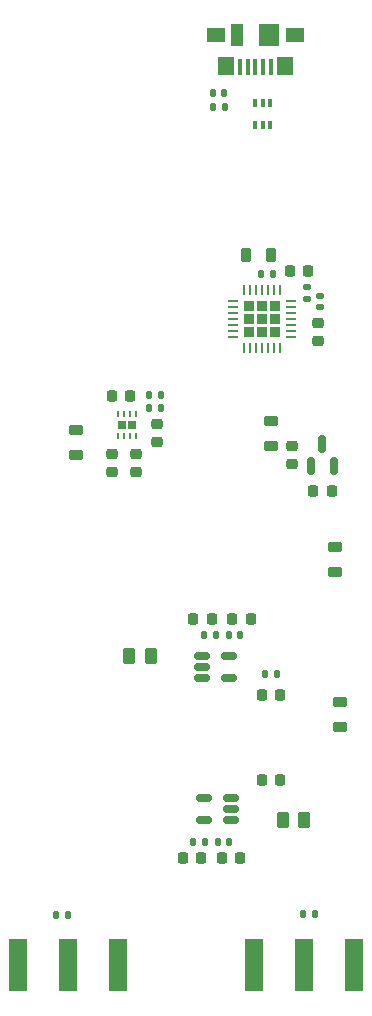
<source format=gbr>
%TF.GenerationSoftware,KiCad,Pcbnew,6.0.7+dfsg-3*%
%TF.CreationDate,2022-09-21T21:46:23+02:00*%
%TF.ProjectId,Adapter_RCB_F9T,41646170-7465-4725-9f52-43425f463954,1*%
%TF.SameCoordinates,Original*%
%TF.FileFunction,Paste,Top*%
%TF.FilePolarity,Positive*%
%FSLAX46Y46*%
G04 Gerber Fmt 4.6, Leading zero omitted, Abs format (unit mm)*
G04 Created by KiCad (PCBNEW 6.0.7+dfsg-3) date 2022-09-21 21:46:23*
%MOMM*%
%LPD*%
G01*
G04 APERTURE LIST*
G04 Aperture macros list*
%AMRoundRect*
0 Rectangle with rounded corners*
0 $1 Rounding radius*
0 $2 $3 $4 $5 $6 $7 $8 $9 X,Y pos of 4 corners*
0 Add a 4 corners polygon primitive as box body*
4,1,4,$2,$3,$4,$5,$6,$7,$8,$9,$2,$3,0*
0 Add four circle primitives for the rounded corners*
1,1,$1+$1,$2,$3*
1,1,$1+$1,$4,$5*
1,1,$1+$1,$6,$7*
1,1,$1+$1,$8,$9*
0 Add four rect primitives between the rounded corners*
20,1,$1+$1,$2,$3,$4,$5,0*
20,1,$1+$1,$4,$5,$6,$7,0*
20,1,$1+$1,$6,$7,$8,$9,0*
20,1,$1+$1,$8,$9,$2,$3,0*%
G04 Aperture macros list end*
%ADD10RoundRect,0.135000X-0.135000X-0.185000X0.135000X-0.185000X0.135000X0.185000X-0.135000X0.185000X0*%
%ADD11R,0.400000X0.650000*%
%ADD12RoundRect,0.140000X0.170000X-0.140000X0.170000X0.140000X-0.170000X0.140000X-0.170000X-0.140000X0*%
%ADD13RoundRect,0.140000X-0.140000X-0.170000X0.140000X-0.170000X0.140000X0.170000X-0.140000X0.170000X0*%
%ADD14RoundRect,0.225000X-0.250000X0.225000X-0.250000X-0.225000X0.250000X-0.225000X0.250000X0.225000X0*%
%ADD15RoundRect,0.147500X-0.147500X-0.172500X0.147500X-0.172500X0.147500X0.172500X-0.147500X0.172500X0*%
%ADD16RoundRect,0.135000X0.135000X0.185000X-0.135000X0.185000X-0.135000X-0.185000X0.135000X-0.185000X0*%
%ADD17RoundRect,0.225000X0.225000X0.250000X-0.225000X0.250000X-0.225000X-0.250000X0.225000X-0.250000X0*%
%ADD18RoundRect,0.218750X-0.218750X-0.381250X0.218750X-0.381250X0.218750X0.381250X-0.218750X0.381250X0*%
%ADD19RoundRect,0.225000X-0.225000X-0.250000X0.225000X-0.250000X0.225000X0.250000X-0.225000X0.250000X0*%
%ADD20RoundRect,0.218750X-0.381250X0.218750X-0.381250X-0.218750X0.381250X-0.218750X0.381250X0.218750X0*%
%ADD21R,0.650000X0.750000*%
%ADD22R,0.250000X0.500000*%
%ADD23RoundRect,0.225000X0.225000X0.225000X-0.225000X0.225000X-0.225000X-0.225000X0.225000X-0.225000X0*%
%ADD24RoundRect,0.062500X0.337500X0.062500X-0.337500X0.062500X-0.337500X-0.062500X0.337500X-0.062500X0*%
%ADD25RoundRect,0.062500X0.062500X0.337500X-0.062500X0.337500X-0.062500X-0.337500X0.062500X-0.337500X0*%
%ADD26R,1.500000X4.500000*%
%ADD27RoundRect,0.250000X-0.262500X-0.450000X0.262500X-0.450000X0.262500X0.450000X-0.262500X0.450000X0*%
%ADD28RoundRect,0.218750X0.381250X-0.218750X0.381250X0.218750X-0.381250X0.218750X-0.381250X-0.218750X0*%
%ADD29RoundRect,0.150000X0.150000X-0.587500X0.150000X0.587500X-0.150000X0.587500X-0.150000X-0.587500X0*%
%ADD30R,0.450000X1.380000*%
%ADD31R,1.425000X1.550000*%
%ADD32R,1.650000X1.300000*%
%ADD33R,1.000000X1.900000*%
%ADD34R,1.800000X1.900000*%
%ADD35RoundRect,0.150000X-0.512500X-0.150000X0.512500X-0.150000X0.512500X0.150000X-0.512500X0.150000X0*%
%ADD36RoundRect,0.150000X0.512500X0.150000X-0.512500X0.150000X-0.512500X-0.150000X0.512500X-0.150000X0*%
%ADD37RoundRect,0.225000X0.250000X-0.225000X0.250000X0.225000X-0.250000X0.225000X-0.250000X-0.225000X0*%
%ADD38RoundRect,0.250000X0.262500X0.450000X-0.262500X0.450000X-0.262500X-0.450000X0.262500X-0.450000X0*%
%ADD39RoundRect,0.140000X0.140000X0.170000X-0.140000X0.170000X-0.140000X-0.170000X0.140000X-0.170000X0*%
%ADD40RoundRect,0.147500X0.147500X0.172500X-0.147500X0.172500X-0.147500X-0.172500X0.147500X-0.172500X0*%
G04 APERTURE END LIST*
D10*
%TO.C,R41*%
X76690000Y-92600000D03*
X77710000Y-92600000D03*
%TD*%
D11*
%TO.C,D1*%
X75850000Y-46150000D03*
X76500000Y-46150000D03*
X77150000Y-46150000D03*
X77150000Y-44250000D03*
X76500000Y-44250000D03*
X75850000Y-44250000D03*
%TD*%
D12*
%TO.C,C33*%
X81340000Y-61520500D03*
X81340000Y-60560500D03*
%TD*%
D13*
%TO.C,C63*%
X72720000Y-106800000D03*
X73680000Y-106800000D03*
%TD*%
D14*
%TO.C,C11*%
X78950000Y-73287500D03*
X78950000Y-74837500D03*
%TD*%
D15*
%TO.C,D51*%
X59015000Y-113000000D03*
X59985000Y-113000000D03*
%TD*%
D14*
%TO.C,C24*%
X65750000Y-73925000D03*
X65750000Y-75475000D03*
%TD*%
D16*
%TO.C,R21*%
X67910000Y-69000000D03*
X66890000Y-69000000D03*
%TD*%
D17*
%TO.C,C42*%
X77975000Y-94400000D03*
X76425000Y-94400000D03*
%TD*%
D10*
%TO.C,R22*%
X66890000Y-70100000D03*
X67910000Y-70100000D03*
%TD*%
D18*
%TO.C,FB31*%
X75077500Y-57140500D03*
X77202500Y-57140500D03*
%TD*%
D19*
%TO.C,C64*%
X73025000Y-108200000D03*
X74575000Y-108200000D03*
%TD*%
D20*
%TO.C,FB11*%
X77200000Y-71137500D03*
X77200000Y-73262500D03*
%TD*%
D21*
%TO.C,U21*%
X64600000Y-71500000D03*
X65400000Y-71500000D03*
D22*
X64250000Y-72450000D03*
X64750000Y-72450000D03*
X65250000Y-72450000D03*
X65750000Y-72450000D03*
X65750000Y-70550000D03*
X65250000Y-70550000D03*
X64750000Y-70550000D03*
X64250000Y-70550000D03*
%TD*%
D19*
%TO.C,C31*%
X78765000Y-58440500D03*
X80315000Y-58440500D03*
%TD*%
D17*
%TO.C,C41*%
X77975000Y-101600000D03*
X76425000Y-101600000D03*
%TD*%
D23*
%TO.C,U31*%
X75330000Y-63670500D03*
X77570000Y-61430500D03*
X76450000Y-63670500D03*
X77570000Y-62550500D03*
X76450000Y-61430500D03*
X76450000Y-62550500D03*
X77570000Y-63670500D03*
X75330000Y-62550500D03*
X75330000Y-61430500D03*
D24*
X78900000Y-64050500D03*
X78900000Y-63550500D03*
X78900000Y-63050500D03*
X78900000Y-62550500D03*
X78900000Y-62050500D03*
X78900000Y-61550500D03*
X78900000Y-61050500D03*
D25*
X77950000Y-60100500D03*
X77450000Y-60100500D03*
X76950000Y-60100500D03*
X76450000Y-60100500D03*
X75950000Y-60100500D03*
X75450000Y-60100500D03*
X74950000Y-60100500D03*
D24*
X74000000Y-61050500D03*
X74000000Y-61550500D03*
X74000000Y-62050500D03*
X74000000Y-62550500D03*
X74000000Y-63050500D03*
X74000000Y-63550500D03*
X74000000Y-64050500D03*
D25*
X74950000Y-65000500D03*
X75450000Y-65000500D03*
X75950000Y-65000500D03*
X76450000Y-65000500D03*
X76950000Y-65000500D03*
X77450000Y-65000500D03*
X77950000Y-65000500D03*
%TD*%
D26*
%TO.C,J51*%
X60000000Y-117250000D03*
X64250000Y-117250000D03*
X55750000Y-117250000D03*
%TD*%
D20*
%TO.C,FB21*%
X60700000Y-71912500D03*
X60700000Y-74037500D03*
%TD*%
D17*
%TO.C,C54*%
X72175000Y-87905000D03*
X70625000Y-87905000D03*
%TD*%
D12*
%TO.C,C32*%
X80240000Y-60820500D03*
X80240000Y-59860500D03*
%TD*%
D27*
%TO.C,R61*%
X78187500Y-104950000D03*
X80012500Y-104950000D03*
%TD*%
D28*
%TO.C,FB42*%
X82600000Y-83962500D03*
X82600000Y-81837500D03*
%TD*%
D26*
%TO.C,J61*%
X80000000Y-117250000D03*
X84250000Y-117250000D03*
X75750000Y-117250000D03*
%TD*%
D13*
%TO.C,C1*%
X72295000Y-43400000D03*
X73255000Y-43400000D03*
%TD*%
D10*
%TO.C,R1*%
X72265000Y-44600000D03*
X73285000Y-44600000D03*
%TD*%
D29*
%TO.C,U11*%
X80600000Y-75000000D03*
X82500000Y-75000000D03*
X81550000Y-73125000D03*
%TD*%
D30*
%TO.C,J1*%
X77175000Y-41160000D03*
X76525000Y-41160000D03*
X75875000Y-41160000D03*
X75225000Y-41160000D03*
X74575000Y-41160000D03*
D31*
X78362500Y-41075000D03*
D32*
X79250000Y-38500000D03*
D33*
X74325000Y-38500000D03*
D34*
X77025000Y-38500000D03*
D32*
X72500000Y-38500000D03*
D31*
X73387500Y-41075000D03*
%TD*%
D35*
%TO.C,U51*%
X71362500Y-91050000D03*
X71362500Y-92000000D03*
X71362500Y-92950000D03*
X73637500Y-92950000D03*
X73637500Y-91050000D03*
%TD*%
D14*
%TO.C,C21*%
X63750000Y-73925000D03*
X63750000Y-75475000D03*
%TD*%
D17*
%TO.C,C62*%
X71275000Y-108200000D03*
X69725000Y-108200000D03*
%TD*%
D10*
%TO.C,R31*%
X76340000Y-58740500D03*
X77360000Y-58740500D03*
%TD*%
D36*
%TO.C,U61*%
X73837500Y-104950000D03*
X73837500Y-104000000D03*
X73837500Y-103050000D03*
X71562500Y-103050000D03*
X71562500Y-104950000D03*
%TD*%
D37*
%TO.C,C22*%
X67500000Y-72975000D03*
X67500000Y-71425000D03*
%TD*%
D38*
%TO.C,R51*%
X67012500Y-91050000D03*
X65187500Y-91050000D03*
%TD*%
D39*
%TO.C,C53*%
X72505000Y-89305000D03*
X71545000Y-89305000D03*
%TD*%
D14*
%TO.C,C34*%
X81140000Y-62865500D03*
X81140000Y-64415500D03*
%TD*%
D40*
%TO.C,D61*%
X80885000Y-112900000D03*
X79915000Y-112900000D03*
%TD*%
D13*
%TO.C,C51*%
X73620000Y-89300000D03*
X74580000Y-89300000D03*
%TD*%
D17*
%TO.C,C12*%
X82325000Y-77062500D03*
X80775000Y-77062500D03*
%TD*%
D39*
%TO.C,C61*%
X71580000Y-106800000D03*
X70620000Y-106800000D03*
%TD*%
D19*
%TO.C,C23*%
X63725000Y-69050000D03*
X65275000Y-69050000D03*
%TD*%
D20*
%TO.C,FB41*%
X83000000Y-94937500D03*
X83000000Y-97062500D03*
%TD*%
D19*
%TO.C,C52*%
X73925000Y-87900000D03*
X75475000Y-87900000D03*
%TD*%
M02*

</source>
